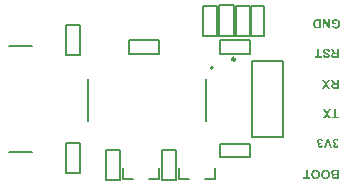
<source format=gto>
G04*
G04 #@! TF.GenerationSoftware,Altium Limited,Altium Designer,22.1.2 (22)*
G04*
G04 Layer_Color=65535*
%FSLAX44Y44*%
%MOMM*%
G71*
G04*
G04 #@! TF.SameCoordinates,3CBB6683-9870-4264-921C-6CE77DAC6C85*
G04*
G04*
G04 #@! TF.FilePolarity,Positive*
G04*
G01*
G75*
%ADD10C,0.2000*%
%ADD11C,0.2500*%
%ADD12C,0.1270*%
G36*
X308875Y110925D02*
X307377D01*
X304202Y116097D01*
Y110925D01*
X302771D01*
Y118606D01*
X304324D01*
X307444Y113544D01*
Y118606D01*
X308875D01*
Y110925D01*
D02*
G37*
G36*
X313804Y118739D02*
X313915D01*
X314037Y118728D01*
X314170Y118706D01*
X314325Y118683D01*
X314647Y118628D01*
X315002Y118539D01*
X315369Y118417D01*
X315535Y118339D01*
X315713Y118251D01*
X315724Y118239D01*
X315746Y118228D01*
X315802Y118195D01*
X315857Y118151D01*
X315935Y118106D01*
X316013Y118040D01*
X316112Y117962D01*
X316212Y117873D01*
X316434Y117673D01*
X316656Y117418D01*
X316867Y117129D01*
X317056Y116796D01*
Y116785D01*
X317078Y116752D01*
X317100Y116697D01*
X317123Y116630D01*
X317156Y116541D01*
X317200Y116441D01*
X317234Y116319D01*
X317278Y116186D01*
X317322Y116042D01*
X317356Y115875D01*
X317433Y115531D01*
X317478Y115154D01*
X317500Y114743D01*
Y114732D01*
Y114688D01*
Y114621D01*
X317489Y114543D01*
Y114432D01*
X317478Y114310D01*
X317456Y114177D01*
X317433Y114022D01*
X317378Y113700D01*
X317289Y113333D01*
X317167Y112967D01*
X317089Y112789D01*
X317001Y112612D01*
X316989Y112601D01*
X316978Y112567D01*
X316945Y112523D01*
X316912Y112456D01*
X316856Y112379D01*
X316790Y112290D01*
X316712Y112190D01*
X316634Y112079D01*
X316534Y111968D01*
X316423Y111846D01*
X316301Y111724D01*
X316168Y111602D01*
X316024Y111491D01*
X315879Y111369D01*
X315535Y111169D01*
X315524D01*
X315502Y111147D01*
X315458Y111136D01*
X315402Y111102D01*
X315324Y111080D01*
X315247Y111047D01*
X315136Y111013D01*
X315025Y110969D01*
X314903Y110936D01*
X314758Y110902D01*
X314603Y110869D01*
X314447Y110836D01*
X314092Y110791D01*
X313693Y110780D01*
X313559D01*
X313460Y110791D01*
X313337Y110802D01*
X313193Y110814D01*
X313038Y110825D01*
X312871Y110858D01*
X312516Y110925D01*
X312150Y111036D01*
X311961Y111102D01*
X311784Y111180D01*
X311617Y111269D01*
X311462Y111380D01*
X311451Y111391D01*
X311428Y111402D01*
X311384Y111446D01*
X311329Y111491D01*
X311262Y111546D01*
X311195Y111624D01*
X311118Y111713D01*
X311029Y111813D01*
X310940Y111924D01*
X310851Y112046D01*
X310762Y112179D01*
X310685Y112334D01*
X310596Y112490D01*
X310529Y112656D01*
X310463Y112845D01*
X310418Y113034D01*
X311961Y113322D01*
Y113311D01*
X311972Y113300D01*
X311994Y113233D01*
X312039Y113133D01*
X312105Y113000D01*
X312183Y112856D01*
X312294Y112712D01*
X312427Y112567D01*
X312583Y112434D01*
X312605Y112423D01*
X312660Y112379D01*
X312760Y112323D01*
X312882Y112268D01*
X313049Y112201D01*
X313238Y112157D01*
X313449Y112112D01*
X313693Y112101D01*
X313793D01*
X313859Y112112D01*
X313948Y112123D01*
X314048Y112135D01*
X314159Y112157D01*
X314281Y112179D01*
X314536Y112257D01*
X314669Y112312D01*
X314803Y112379D01*
X314936Y112456D01*
X315069Y112534D01*
X315191Y112645D01*
X315313Y112756D01*
X315324Y112767D01*
X315336Y112789D01*
X315369Y112823D01*
X315402Y112878D01*
X315446Y112945D01*
X315502Y113022D01*
X315557Y113122D01*
X315602Y113233D01*
X315657Y113367D01*
X315713Y113511D01*
X315768Y113666D01*
X315813Y113833D01*
X315846Y114022D01*
X315879Y114232D01*
X315891Y114443D01*
X315902Y114676D01*
Y114688D01*
Y114732D01*
Y114810D01*
X315891Y114898D01*
X315879Y115021D01*
X315868Y115143D01*
X315846Y115298D01*
X315824Y115453D01*
X315757Y115786D01*
X315646Y116131D01*
X315580Y116297D01*
X315502Y116452D01*
X315402Y116608D01*
X315302Y116741D01*
X315291Y116752D01*
X315269Y116774D01*
X315236Y116807D01*
X315191Y116852D01*
X315125Y116896D01*
X315058Y116963D01*
X314969Y117018D01*
X314869Y117085D01*
X314758Y117152D01*
X314647Y117207D01*
X314370Y117318D01*
X314214Y117362D01*
X314059Y117396D01*
X313881Y117418D01*
X313704Y117429D01*
X313615D01*
X313526Y117418D01*
X313393Y117407D01*
X313249Y117385D01*
X313082Y117351D01*
X312905Y117307D01*
X312727Y117240D01*
X312716D01*
X312705Y117229D01*
X312649Y117207D01*
X312549Y117163D01*
X312438Y117107D01*
X312305Y117041D01*
X312161Y116963D01*
X312017Y116874D01*
X311884Y116774D01*
Y115786D01*
X313659D01*
Y114488D01*
X310318D01*
Y117573D01*
X310341Y117596D01*
X310374Y117618D01*
X310407Y117651D01*
X310463Y117696D01*
X310518Y117740D01*
X310674Y117851D01*
X310884Y117973D01*
X311129Y118117D01*
X311406Y118262D01*
X311739Y118395D01*
X311750D01*
X311784Y118406D01*
X311828Y118428D01*
X311895Y118450D01*
X311983Y118472D01*
X312083Y118506D01*
X312194Y118539D01*
X312316Y118572D01*
X312594Y118639D01*
X312916Y118694D01*
X313249Y118739D01*
X313604Y118750D01*
X313726D01*
X313804Y118739D01*
D02*
G37*
G36*
X301128Y110925D02*
X298064D01*
X297975Y110936D01*
X297764Y110947D01*
X297531Y110958D01*
X297287Y110991D01*
X297054Y111025D01*
X296843Y111080D01*
X296832D01*
X296810Y111091D01*
X296777Y111102D01*
X296732Y111113D01*
X296599Y111169D01*
X296444Y111247D01*
X296266Y111346D01*
X296066Y111468D01*
X295877Y111613D01*
X295689Y111790D01*
X295678D01*
X295667Y111813D01*
X295611Y111879D01*
X295522Y111990D01*
X295422Y112135D01*
X295300Y112312D01*
X295178Y112523D01*
X295056Y112767D01*
X294956Y113034D01*
Y113045D01*
X294945Y113067D01*
X294934Y113111D01*
X294912Y113167D01*
X294901Y113233D01*
X294879Y113322D01*
X294856Y113422D01*
X294823Y113533D01*
X294801Y113655D01*
X294779Y113799D01*
X294757Y113944D01*
X294745Y114110D01*
X294712Y114454D01*
X294701Y114843D01*
Y114854D01*
Y114887D01*
Y114932D01*
Y114998D01*
X294712Y115087D01*
Y115176D01*
X294723Y115287D01*
X294734Y115409D01*
X294757Y115664D01*
X294801Y115931D01*
X294867Y116208D01*
X294945Y116475D01*
Y116486D01*
X294956Y116508D01*
X294979Y116552D01*
X295001Y116619D01*
X295023Y116685D01*
X295067Y116763D01*
X295156Y116963D01*
X295267Y117174D01*
X295411Y117407D01*
X295578Y117629D01*
X295767Y117840D01*
X295789Y117862D01*
X295844Y117906D01*
X295933Y117973D01*
X296055Y118062D01*
X296210Y118162D01*
X296388Y118262D01*
X296610Y118362D01*
X296854Y118450D01*
X296865D01*
X296877Y118461D01*
X296910D01*
X296943Y118472D01*
X297065Y118495D01*
X297221Y118528D01*
X297409Y118561D01*
X297642Y118583D01*
X297920Y118595D01*
X298220Y118606D01*
X301128D01*
Y110925D01*
D02*
G37*
G36*
X305994Y93739D02*
X306116Y93728D01*
X306249Y93717D01*
X306404Y93694D01*
X306571Y93661D01*
X306937Y93583D01*
X307126Y93528D01*
X307304Y93472D01*
X307492Y93395D01*
X307670Y93306D01*
X307836Y93206D01*
X307992Y93084D01*
X308003Y93073D01*
X308025Y93051D01*
X308069Y93017D01*
X308114Y92962D01*
X308180Y92884D01*
X308247Y92795D01*
X308325Y92696D01*
X308402Y92584D01*
X308480Y92451D01*
X308558Y92307D01*
X308636Y92141D01*
X308713Y91963D01*
X308769Y91774D01*
X308835Y91563D01*
X308880Y91341D01*
X308913Y91108D01*
X307403Y90964D01*
Y90975D01*
X307392Y90997D01*
Y91042D01*
X307381Y91086D01*
X307337Y91219D01*
X307281Y91386D01*
X307215Y91574D01*
X307115Y91763D01*
X307004Y91930D01*
X306860Y92085D01*
X306837Y92096D01*
X306782Y92141D01*
X306693Y92196D01*
X306560Y92263D01*
X306393Y92329D01*
X306205Y92385D01*
X305983Y92429D01*
X305727Y92440D01*
X305605D01*
X305472Y92418D01*
X305306Y92396D01*
X305128Y92362D01*
X304939Y92307D01*
X304762Y92229D01*
X304606Y92129D01*
X304584Y92118D01*
X304540Y92074D01*
X304484Y92007D01*
X304407Y91918D01*
X304340Y91807D01*
X304273Y91674D01*
X304229Y91541D01*
X304218Y91386D01*
Y91375D01*
Y91341D01*
X304229Y91286D01*
X304240Y91219D01*
X304262Y91153D01*
X304284Y91075D01*
X304329Y90997D01*
X304384Y90920D01*
X304395Y90908D01*
X304418Y90886D01*
X304451Y90853D01*
X304506Y90809D01*
X304584Y90753D01*
X304684Y90698D01*
X304795Y90642D01*
X304939Y90587D01*
X304950D01*
X304995Y90564D01*
X305072Y90542D01*
X305128Y90520D01*
X305195Y90509D01*
X305272Y90487D01*
X305361Y90453D01*
X305461Y90431D01*
X305572Y90398D01*
X305705Y90365D01*
X305849Y90331D01*
X306005Y90287D01*
X306182Y90243D01*
X306194D01*
X306238Y90231D01*
X306305Y90209D01*
X306382Y90187D01*
X306482Y90154D01*
X306604Y90120D01*
X306726Y90076D01*
X306871Y90032D01*
X307159Y89921D01*
X307437Y89787D01*
X307581Y89721D01*
X307703Y89643D01*
X307825Y89565D01*
X307925Y89488D01*
X307936Y89477D01*
X307958Y89454D01*
X307992Y89421D01*
X308036Y89377D01*
X308092Y89310D01*
X308147Y89232D01*
X308214Y89155D01*
X308269Y89055D01*
X308402Y88822D01*
X308513Y88555D01*
X308558Y88411D01*
X308591Y88267D01*
X308613Y88100D01*
X308624Y87934D01*
Y87923D01*
Y87912D01*
Y87878D01*
Y87834D01*
X308602Y87723D01*
X308580Y87578D01*
X308547Y87412D01*
X308491Y87223D01*
X308414Y87023D01*
X308302Y86835D01*
Y86824D01*
X308291Y86813D01*
X308236Y86746D01*
X308169Y86657D01*
X308058Y86546D01*
X307925Y86424D01*
X307759Y86291D01*
X307570Y86169D01*
X307348Y86058D01*
X307337D01*
X307315Y86047D01*
X307281Y86036D01*
X307237Y86013D01*
X307170Y85991D01*
X307104Y85969D01*
X307015Y85947D01*
X306915Y85913D01*
X306693Y85869D01*
X306438Y85825D01*
X306149Y85791D01*
X305827Y85780D01*
X305694D01*
X305594Y85791D01*
X305472Y85802D01*
X305328Y85814D01*
X305184Y85836D01*
X305017Y85858D01*
X304662Y85936D01*
X304484Y85991D01*
X304307Y86047D01*
X304129Y86124D01*
X303962Y86213D01*
X303807Y86313D01*
X303663Y86424D01*
X303652Y86435D01*
X303629Y86457D01*
X303596Y86491D01*
X303552Y86535D01*
X303496Y86602D01*
X303430Y86679D01*
X303363Y86768D01*
X303285Y86868D01*
X303219Y86990D01*
X303152Y87112D01*
X303086Y87257D01*
X303030Y87412D01*
X302975Y87567D01*
X302930Y87745D01*
X302897Y87923D01*
X302886Y88122D01*
X304440Y88178D01*
Y88167D01*
Y88156D01*
X304462Y88078D01*
X304484Y87978D01*
X304529Y87856D01*
X304584Y87712D01*
X304662Y87578D01*
X304762Y87445D01*
X304873Y87334D01*
X304884Y87323D01*
X304928Y87290D01*
X305006Y87246D01*
X305117Y87201D01*
X305250Y87157D01*
X305417Y87112D01*
X305616Y87079D01*
X305849Y87068D01*
X305961D01*
X306083Y87079D01*
X306227Y87101D01*
X306393Y87135D01*
X306571Y87190D01*
X306737Y87257D01*
X306893Y87357D01*
X306904Y87368D01*
X306926Y87390D01*
X306971Y87423D01*
X307015Y87479D01*
X307059Y87545D01*
X307104Y87634D01*
X307126Y87723D01*
X307137Y87834D01*
Y87845D01*
Y87878D01*
X307126Y87934D01*
X307104Y87989D01*
X307082Y88067D01*
X307048Y88145D01*
X306993Y88222D01*
X306915Y88300D01*
X306904Y88311D01*
X306849Y88344D01*
X306815Y88367D01*
X306760Y88389D01*
X306704Y88422D01*
X306626Y88455D01*
X306538Y88489D01*
X306438Y88533D01*
X306316Y88577D01*
X306194Y88622D01*
X306038Y88666D01*
X305872Y88711D01*
X305694Y88755D01*
X305494Y88811D01*
X305483D01*
X305439Y88822D01*
X305383Y88833D01*
X305306Y88855D01*
X305217Y88877D01*
X305106Y88911D01*
X304984Y88944D01*
X304862Y88977D01*
X304595Y89066D01*
X304318Y89155D01*
X304051Y89255D01*
X303940Y89310D01*
X303829Y89366D01*
X303818D01*
X303807Y89377D01*
X303741Y89421D01*
X303641Y89488D01*
X303519Y89577D01*
X303385Y89688D01*
X303241Y89821D01*
X303097Y89976D01*
X302975Y90154D01*
X302964Y90176D01*
X302930Y90243D01*
X302875Y90342D01*
X302819Y90487D01*
X302764Y90664D01*
X302708Y90875D01*
X302675Y91108D01*
X302664Y91375D01*
Y91386D01*
Y91408D01*
Y91441D01*
Y91486D01*
X302675Y91541D01*
X302686Y91619D01*
X302708Y91774D01*
X302753Y91974D01*
X302819Y92185D01*
X302919Y92396D01*
X303041Y92618D01*
Y92629D01*
X303063Y92640D01*
X303108Y92707D01*
X303197Y92818D01*
X303308Y92940D01*
X303452Y93084D01*
X303641Y93217D01*
X303840Y93350D01*
X304085Y93472D01*
X304096D01*
X304118Y93484D01*
X304151Y93495D01*
X304207Y93517D01*
X304273Y93539D01*
X304351Y93561D01*
X304440Y93583D01*
X304540Y93606D01*
X304662Y93639D01*
X304784Y93661D01*
X305072Y93706D01*
X305394Y93739D01*
X305750Y93750D01*
X305894D01*
X305994Y93739D01*
D02*
G37*
G36*
X316250Y85925D02*
X312787D01*
X312687Y85936D01*
X312565D01*
X312443Y85947D01*
X312299D01*
X312010Y85980D01*
X311710Y86013D01*
X311433Y86069D01*
X311311Y86102D01*
X311200Y86136D01*
X311189D01*
X311177Y86147D01*
X311111Y86180D01*
X311011Y86235D01*
X310878Y86302D01*
X310733Y86413D01*
X310589Y86535D01*
X310445Y86691D01*
X310312Y86879D01*
Y86890D01*
X310301Y86901D01*
X310278Y86935D01*
X310256Y86968D01*
X310201Y87079D01*
X310134Y87223D01*
X310079Y87401D01*
X310023Y87601D01*
X309979Y87834D01*
X309967Y88078D01*
Y88089D01*
Y88111D01*
Y88167D01*
X309979Y88222D01*
Y88300D01*
X309990Y88378D01*
X310034Y88577D01*
X310090Y88811D01*
X310178Y89044D01*
X310312Y89288D01*
X310389Y89399D01*
X310478Y89510D01*
X310489Y89521D01*
X310500Y89532D01*
X310534Y89565D01*
X310578Y89599D01*
X310622Y89643D01*
X310689Y89699D01*
X310767Y89754D01*
X310856Y89810D01*
X310955Y89876D01*
X311077Y89932D01*
X311200Y89987D01*
X311333Y90043D01*
X311488Y90098D01*
X311644Y90143D01*
X311810Y90187D01*
X311999Y90220D01*
X311988D01*
X311977Y90231D01*
X311910Y90276D01*
X311821Y90331D01*
X311710Y90409D01*
X311577Y90509D01*
X311444Y90609D01*
X311299Y90731D01*
X311177Y90864D01*
X311166Y90875D01*
X311111Y90931D01*
X311044Y91019D01*
X310944Y91153D01*
X310811Y91319D01*
X310744Y91430D01*
X310667Y91541D01*
X310578Y91663D01*
X310489Y91796D01*
X310389Y91952D01*
X310289Y92107D01*
X309346Y93606D01*
X311211D01*
X312321Y91941D01*
X312332Y91930D01*
X312343Y91896D01*
X312376Y91852D01*
X312421Y91796D01*
X312465Y91730D01*
X312521Y91641D01*
X312643Y91463D01*
X312787Y91264D01*
X312920Y91086D01*
X313042Y90920D01*
X313098Y90864D01*
X313142Y90809D01*
X313153Y90798D01*
X313175Y90775D01*
X313220Y90731D01*
X313275Y90675D01*
X313353Y90631D01*
X313431Y90576D01*
X313519Y90531D01*
X313608Y90487D01*
X313619D01*
X313653Y90476D01*
X313708Y90453D01*
X313797Y90442D01*
X313908Y90420D01*
X314041Y90409D01*
X314196Y90398D01*
X314696D01*
Y93606D01*
X316250D01*
Y85925D01*
D02*
G37*
G36*
X299611Y87223D02*
X301887D01*
Y85925D01*
X295793D01*
Y87223D01*
X298057D01*
Y93606D01*
X299611D01*
Y87223D01*
D02*
G37*
G36*
X306638Y63504D02*
X309046Y59819D01*
X307237D01*
X305716Y62116D01*
X304196Y59819D01*
X302386D01*
X304795Y63504D01*
X302153Y67500D01*
X304018D01*
X305716Y64903D01*
X307426Y67500D01*
X309290D01*
X306638Y63504D01*
D02*
G37*
G36*
X316250Y59819D02*
X312787D01*
X312687Y59830D01*
X312565D01*
X312443Y59841D01*
X312299D01*
X312010Y59874D01*
X311710Y59908D01*
X311433Y59963D01*
X311311Y59997D01*
X311200Y60030D01*
X311189D01*
X311177Y60041D01*
X311111Y60074D01*
X311011Y60130D01*
X310878Y60196D01*
X310733Y60307D01*
X310589Y60429D01*
X310445Y60585D01*
X310312Y60774D01*
Y60785D01*
X310301Y60796D01*
X310278Y60829D01*
X310256Y60862D01*
X310201Y60973D01*
X310134Y61118D01*
X310079Y61295D01*
X310023Y61495D01*
X309979Y61728D01*
X309967Y61972D01*
Y61983D01*
Y62006D01*
Y62061D01*
X309979Y62116D01*
Y62194D01*
X309990Y62272D01*
X310034Y62472D01*
X310090Y62705D01*
X310178Y62938D01*
X310312Y63182D01*
X310389Y63293D01*
X310478Y63404D01*
X310489Y63415D01*
X310500Y63426D01*
X310534Y63460D01*
X310578Y63493D01*
X310622Y63537D01*
X310689Y63593D01*
X310767Y63648D01*
X310856Y63704D01*
X310955Y63770D01*
X311077Y63826D01*
X311200Y63881D01*
X311333Y63937D01*
X311488Y63992D01*
X311644Y64037D01*
X311810Y64081D01*
X311999Y64114D01*
X311988D01*
X311977Y64126D01*
X311910Y64170D01*
X311821Y64226D01*
X311710Y64303D01*
X311577Y64403D01*
X311444Y64503D01*
X311299Y64625D01*
X311177Y64758D01*
X311166Y64769D01*
X311111Y64825D01*
X311044Y64914D01*
X310944Y65047D01*
X310811Y65213D01*
X310744Y65324D01*
X310667Y65435D01*
X310578Y65557D01*
X310489Y65691D01*
X310389Y65846D01*
X310289Y66002D01*
X309346Y67500D01*
X311211D01*
X312321Y65835D01*
X312332Y65824D01*
X312343Y65791D01*
X312376Y65746D01*
X312421Y65691D01*
X312465Y65624D01*
X312521Y65535D01*
X312643Y65358D01*
X312787Y65158D01*
X312920Y64980D01*
X313042Y64814D01*
X313098Y64758D01*
X313142Y64703D01*
X313153Y64692D01*
X313175Y64669D01*
X313220Y64625D01*
X313275Y64570D01*
X313353Y64525D01*
X313431Y64470D01*
X313519Y64425D01*
X313608Y64381D01*
X313619D01*
X313653Y64370D01*
X313708Y64348D01*
X313797Y64337D01*
X313908Y64314D01*
X314041Y64303D01*
X314196Y64292D01*
X314696D01*
Y67500D01*
X316250D01*
Y59819D01*
D02*
G37*
G36*
X307281Y38504D02*
X309690Y34819D01*
X307881D01*
X306360Y37116D01*
X304839Y34819D01*
X303030D01*
X305439Y38504D01*
X302797Y42500D01*
X304662D01*
X306360Y39903D01*
X308069Y42500D01*
X309934D01*
X307281Y38504D01*
D02*
G37*
G36*
X313974Y36118D02*
X316250D01*
Y34819D01*
X310156D01*
Y36118D01*
X312421D01*
Y42500D01*
X313974D01*
Y36118D01*
D02*
G37*
G36*
X313908Y17489D02*
X313997Y17478D01*
X314097Y17467D01*
X314208Y17444D01*
X314341Y17422D01*
X314607Y17356D01*
X314896Y17245D01*
X315051Y17178D01*
X315184Y17100D01*
X315329Y17000D01*
X315462Y16901D01*
X315473Y16889D01*
X315495Y16867D01*
X315529Y16834D01*
X315573Y16790D01*
X315628Y16734D01*
X315684Y16656D01*
X315751Y16579D01*
X315817Y16479D01*
X315884Y16368D01*
X315961Y16257D01*
X316084Y15990D01*
X316183Y15680D01*
X316228Y15513D01*
X316250Y15336D01*
X314829Y15158D01*
Y15169D01*
Y15180D01*
X314818Y15247D01*
X314796Y15347D01*
X314763Y15469D01*
X314707Y15602D01*
X314652Y15746D01*
X314563Y15879D01*
X314463Y16001D01*
X314452Y16013D01*
X314407Y16046D01*
X314341Y16090D01*
X314263Y16135D01*
X314152Y16190D01*
X314030Y16235D01*
X313897Y16268D01*
X313741Y16279D01*
X313719D01*
X313664Y16268D01*
X313586Y16257D01*
X313475Y16235D01*
X313353Y16190D01*
X313231Y16135D01*
X313098Y16046D01*
X312976Y15935D01*
X312964Y15924D01*
X312920Y15868D01*
X312876Y15791D01*
X312809Y15691D01*
X312754Y15558D01*
X312698Y15391D01*
X312665Y15202D01*
X312654Y14991D01*
Y14980D01*
Y14969D01*
Y14903D01*
X312665Y14803D01*
X312687Y14670D01*
X312731Y14525D01*
X312787Y14381D01*
X312865Y14237D01*
X312964Y14103D01*
X312976Y14092D01*
X313020Y14048D01*
X313086Y13993D01*
X313164Y13937D01*
X313275Y13870D01*
X313397Y13826D01*
X313531Y13782D01*
X313686Y13771D01*
X313797D01*
X313875Y13782D01*
X313974Y13793D01*
X314097Y13815D01*
X314219Y13848D01*
X314363Y13881D01*
X314208Y12694D01*
X314108D01*
X313997Y12683D01*
X313864Y12672D01*
X313719Y12638D01*
X313564Y12594D01*
X313419Y12527D01*
X313286Y12438D01*
X313275Y12427D01*
X313231Y12383D01*
X313186Y12328D01*
X313120Y12239D01*
X313064Y12139D01*
X313009Y12017D01*
X312976Y11872D01*
X312964Y11706D01*
Y11684D01*
Y11639D01*
X312976Y11573D01*
X312998Y11484D01*
X313020Y11384D01*
X313064Y11284D01*
X313120Y11173D01*
X313197Y11084D01*
X313209Y11073D01*
X313242Y11051D01*
X313286Y11007D01*
X313364Y10962D01*
X313453Y10929D01*
X313553Y10884D01*
X313686Y10862D01*
X313819Y10851D01*
X313886D01*
X313952Y10862D01*
X314041Y10884D01*
X314141Y10918D01*
X314252Y10962D01*
X314363Y11029D01*
X314463Y11118D01*
X314474Y11129D01*
X314507Y11162D01*
X314552Y11229D01*
X314607Y11317D01*
X314663Y11417D01*
X314707Y11551D01*
X314751Y11706D01*
X314785Y11883D01*
X316139Y11661D01*
Y11650D01*
X316128Y11628D01*
Y11595D01*
X316117Y11539D01*
X316084Y11417D01*
X316039Y11251D01*
X315972Y11073D01*
X315906Y10884D01*
X315817Y10707D01*
X315717Y10540D01*
X315706Y10518D01*
X315662Y10474D01*
X315595Y10396D01*
X315506Y10296D01*
X315395Y10196D01*
X315262Y10085D01*
X315096Y9974D01*
X314918Y9874D01*
X314907D01*
X314896Y9863D01*
X314829Y9841D01*
X314718Y9797D01*
X314585Y9752D01*
X314419Y9708D01*
X314219Y9664D01*
X314008Y9641D01*
X313775Y9630D01*
X313675D01*
X313597Y9641D01*
X313497Y9652D01*
X313397Y9664D01*
X313275Y9686D01*
X313153Y9719D01*
X312876Y9797D01*
X312731Y9852D01*
X312576Y9930D01*
X312432Y10008D01*
X312299Y10096D01*
X312154Y10207D01*
X312032Y10330D01*
X312021Y10341D01*
X312010Y10352D01*
X311977Y10385D01*
X311943Y10429D01*
X311854Y10540D01*
X311755Y10696D01*
X311655Y10884D01*
X311577Y11106D01*
X311510Y11351D01*
X311499Y11473D01*
X311488Y11606D01*
Y11617D01*
Y11650D01*
X311499Y11706D01*
X311510Y11773D01*
X311521Y11861D01*
X311544Y11961D01*
X311577Y12072D01*
X311621Y12194D01*
X311688Y12316D01*
X311755Y12450D01*
X311843Y12583D01*
X311954Y12716D01*
X312088Y12849D01*
X312232Y12982D01*
X312398Y13104D01*
X312598Y13227D01*
X312587D01*
X312565Y13238D01*
X312532D01*
X312487Y13260D01*
X312365Y13293D01*
X312221Y13360D01*
X312054Y13449D01*
X311877Y13560D01*
X311699Y13704D01*
X311544Y13870D01*
X311521Y13893D01*
X311477Y13959D01*
X311422Y14059D01*
X311344Y14203D01*
X311266Y14370D01*
X311211Y14581D01*
X311166Y14803D01*
X311144Y15058D01*
Y15069D01*
Y15102D01*
Y15158D01*
X311155Y15224D01*
X311166Y15313D01*
X311189Y15413D01*
X311211Y15535D01*
X311233Y15657D01*
X311322Y15924D01*
X311388Y16068D01*
X311455Y16223D01*
X311544Y16368D01*
X311644Y16512D01*
X311755Y16656D01*
X311888Y16790D01*
X311899Y16801D01*
X311921Y16823D01*
X311966Y16856D01*
X312021Y16901D01*
X312099Y16956D01*
X312176Y17012D01*
X312287Y17078D01*
X312398Y17145D01*
X312521Y17211D01*
X312665Y17278D01*
X312820Y17334D01*
X312976Y17389D01*
X313153Y17433D01*
X313331Y17467D01*
X313531Y17489D01*
X313730Y17500D01*
X313830D01*
X313908Y17489D01*
D02*
G37*
G36*
X300777D02*
X300866Y17478D01*
X300966Y17467D01*
X301077Y17444D01*
X301210Y17422D01*
X301476Y17356D01*
X301765Y17245D01*
X301920Y17178D01*
X302053Y17100D01*
X302198Y17000D01*
X302331Y16901D01*
X302342Y16889D01*
X302364Y16867D01*
X302397Y16834D01*
X302442Y16790D01*
X302497Y16734D01*
X302553Y16656D01*
X302619Y16579D01*
X302686Y16479D01*
X302753Y16368D01*
X302830Y16257D01*
X302952Y15990D01*
X303052Y15680D01*
X303097Y15513D01*
X303119Y15336D01*
X301698Y15158D01*
Y15169D01*
Y15180D01*
X301687Y15247D01*
X301665Y15347D01*
X301632Y15469D01*
X301576Y15602D01*
X301521Y15746D01*
X301432Y15879D01*
X301332Y16001D01*
X301321Y16013D01*
X301276Y16046D01*
X301210Y16090D01*
X301132Y16135D01*
X301021Y16190D01*
X300899Y16235D01*
X300766Y16268D01*
X300610Y16279D01*
X300588D01*
X300533Y16268D01*
X300455Y16257D01*
X300344Y16235D01*
X300222Y16190D01*
X300100Y16135D01*
X299967Y16046D01*
X299844Y15935D01*
X299833Y15924D01*
X299789Y15868D01*
X299745Y15791D01*
X299678Y15691D01*
X299622Y15558D01*
X299567Y15391D01*
X299534Y15202D01*
X299523Y14991D01*
Y14980D01*
Y14969D01*
Y14903D01*
X299534Y14803D01*
X299556Y14670D01*
X299600Y14525D01*
X299656Y14381D01*
X299734Y14237D01*
X299833Y14103D01*
X299844Y14092D01*
X299889Y14048D01*
X299956Y13993D01*
X300033Y13937D01*
X300144Y13870D01*
X300266Y13826D01*
X300399Y13782D01*
X300555Y13771D01*
X300666D01*
X300744Y13782D01*
X300844Y13793D01*
X300966Y13815D01*
X301088Y13848D01*
X301232Y13881D01*
X301077Y12694D01*
X300977D01*
X300866Y12683D01*
X300732Y12672D01*
X300588Y12638D01*
X300433Y12594D01*
X300289Y12527D01*
X300155Y12438D01*
X300144Y12427D01*
X300100Y12383D01*
X300055Y12328D01*
X299989Y12239D01*
X299933Y12139D01*
X299878Y12017D01*
X299844Y11872D01*
X299833Y11706D01*
Y11684D01*
Y11639D01*
X299844Y11573D01*
X299867Y11484D01*
X299889Y11384D01*
X299933Y11284D01*
X299989Y11173D01*
X300067Y11084D01*
X300078Y11073D01*
X300111Y11051D01*
X300155Y11007D01*
X300233Y10962D01*
X300322Y10929D01*
X300422Y10884D01*
X300555Y10862D01*
X300688Y10851D01*
X300755D01*
X300821Y10862D01*
X300910Y10884D01*
X301010Y10918D01*
X301121Y10962D01*
X301232Y11029D01*
X301332Y11118D01*
X301343Y11129D01*
X301376Y11162D01*
X301421Y11229D01*
X301476Y11317D01*
X301532Y11417D01*
X301576Y11551D01*
X301621Y11706D01*
X301654Y11883D01*
X303008Y11661D01*
Y11650D01*
X302997Y11628D01*
Y11595D01*
X302986Y11539D01*
X302952Y11417D01*
X302908Y11251D01*
X302841Y11073D01*
X302775Y10884D01*
X302686Y10707D01*
X302586Y10540D01*
X302575Y10518D01*
X302531Y10474D01*
X302464Y10396D01*
X302375Y10296D01*
X302264Y10196D01*
X302131Y10085D01*
X301964Y9974D01*
X301787Y9874D01*
X301776D01*
X301765Y9863D01*
X301698Y9841D01*
X301587Y9797D01*
X301454Y9752D01*
X301287Y9708D01*
X301088Y9664D01*
X300877Y9641D01*
X300644Y9630D01*
X300544D01*
X300466Y9641D01*
X300366Y9652D01*
X300266Y9664D01*
X300144Y9686D01*
X300022Y9719D01*
X299745Y9797D01*
X299600Y9852D01*
X299445Y9930D01*
X299301Y10008D01*
X299167Y10096D01*
X299023Y10207D01*
X298901Y10330D01*
X298890Y10341D01*
X298879Y10352D01*
X298846Y10385D01*
X298812Y10429D01*
X298723Y10540D01*
X298624Y10696D01*
X298524Y10884D01*
X298446Y11106D01*
X298379Y11351D01*
X298368Y11473D01*
X298357Y11606D01*
Y11617D01*
Y11650D01*
X298368Y11706D01*
X298379Y11773D01*
X298390Y11861D01*
X298413Y11961D01*
X298446Y12072D01*
X298490Y12194D01*
X298557Y12316D01*
X298624Y12450D01*
X298712Y12583D01*
X298823Y12716D01*
X298957Y12849D01*
X299101Y12982D01*
X299267Y13104D01*
X299467Y13227D01*
X299456D01*
X299434Y13238D01*
X299401D01*
X299356Y13260D01*
X299234Y13293D01*
X299090Y13360D01*
X298923Y13449D01*
X298746Y13560D01*
X298568Y13704D01*
X298413Y13870D01*
X298390Y13893D01*
X298346Y13959D01*
X298291Y14059D01*
X298213Y14203D01*
X298135Y14370D01*
X298080Y14581D01*
X298035Y14803D01*
X298013Y15058D01*
Y15069D01*
Y15102D01*
Y15158D01*
X298024Y15224D01*
X298035Y15313D01*
X298057Y15413D01*
X298080Y15535D01*
X298102Y15657D01*
X298191Y15924D01*
X298257Y16068D01*
X298324Y16223D01*
X298413Y16368D01*
X298512Y16512D01*
X298624Y16656D01*
X298757Y16790D01*
X298768Y16801D01*
X298790Y16823D01*
X298834Y16856D01*
X298890Y16901D01*
X298968Y16956D01*
X299045Y17012D01*
X299156Y17078D01*
X299267Y17145D01*
X299389Y17211D01*
X299534Y17278D01*
X299689Y17334D01*
X299844Y17389D01*
X300022Y17433D01*
X300200Y17467D01*
X300399Y17489D01*
X300599Y17500D01*
X300699D01*
X300777Y17489D01*
D02*
G37*
G36*
X310678Y9675D02*
X309002D01*
X307048Y15358D01*
X305172Y9675D01*
X303519D01*
X306249Y17356D01*
X307925D01*
X310678Y9675D01*
D02*
G37*
G36*
X316250Y-16575D02*
X312876D01*
X312676Y-16564D01*
X312454Y-16553D01*
X312232Y-16542D01*
X312021Y-16520D01*
X311832Y-16498D01*
X311810D01*
X311755Y-16487D01*
X311677Y-16464D01*
X311566Y-16431D01*
X311444Y-16387D01*
X311311Y-16331D01*
X311166Y-16265D01*
X311033Y-16176D01*
X311022Y-16165D01*
X310978Y-16131D01*
X310911Y-16076D01*
X310822Y-16009D01*
X310733Y-15909D01*
X310634Y-15798D01*
X310534Y-15676D01*
X310445Y-15532D01*
X310434Y-15510D01*
X310411Y-15465D01*
X310367Y-15377D01*
X310323Y-15266D01*
X310278Y-15132D01*
X310234Y-14988D01*
X310212Y-14811D01*
X310201Y-14633D01*
Y-14622D01*
Y-14611D01*
Y-14544D01*
X310212Y-14444D01*
X310234Y-14311D01*
X310278Y-14156D01*
X310323Y-13989D01*
X310400Y-13823D01*
X310500Y-13645D01*
X310511Y-13623D01*
X310556Y-13567D01*
X310622Y-13490D01*
X310700Y-13390D01*
X310811Y-13290D01*
X310944Y-13168D01*
X311100Y-13068D01*
X311277Y-12968D01*
X311266D01*
X311244Y-12957D01*
X311211Y-12946D01*
X311166Y-12935D01*
X311033Y-12879D01*
X310878Y-12802D01*
X310711Y-12713D01*
X310522Y-12591D01*
X310356Y-12446D01*
X310201Y-12269D01*
X310189Y-12247D01*
X310145Y-12180D01*
X310079Y-12080D01*
X310012Y-11947D01*
X309945Y-11769D01*
X309879Y-11580D01*
X309834Y-11358D01*
X309823Y-11114D01*
Y-11103D01*
Y-11092D01*
Y-11026D01*
X309834Y-10926D01*
X309856Y-10792D01*
X309879Y-10637D01*
X309923Y-10459D01*
X309990Y-10282D01*
X310067Y-10093D01*
X310079Y-10071D01*
X310112Y-10015D01*
X310167Y-9927D01*
X310245Y-9816D01*
X310334Y-9682D01*
X310456Y-9560D01*
X310578Y-9427D01*
X310733Y-9305D01*
X310756Y-9294D01*
X310811Y-9261D01*
X310900Y-9205D01*
X311022Y-9150D01*
X311177Y-9083D01*
X311355Y-9028D01*
X311555Y-8972D01*
X311777Y-8939D01*
X311821D01*
X311866Y-8928D01*
X311977D01*
X312054Y-8917D01*
X312265D01*
X312398Y-8905D01*
X312731D01*
X312920Y-8894D01*
X316250D01*
Y-16575D01*
D02*
G37*
G36*
X290077Y-15277D02*
X292352D01*
Y-16575D01*
X286258D01*
Y-15277D01*
X288523D01*
Y-8894D01*
X290077D01*
Y-15277D01*
D02*
G37*
G36*
X305261Y-8761D02*
X305372Y-8772D01*
X305516Y-8783D01*
X305683Y-8806D01*
X305872Y-8839D01*
X306071Y-8883D01*
X306294Y-8939D01*
X306504Y-9005D01*
X306737Y-9094D01*
X306959Y-9194D01*
X307193Y-9305D01*
X307403Y-9449D01*
X307614Y-9605D01*
X307814Y-9793D01*
X307825Y-9804D01*
X307859Y-9838D01*
X307903Y-9904D01*
X307969Y-9982D01*
X308047Y-10093D01*
X308136Y-10226D01*
X308225Y-10371D01*
X308314Y-10548D01*
X308414Y-10737D01*
X308502Y-10959D01*
X308591Y-11192D01*
X308669Y-11447D01*
X308735Y-11725D01*
X308780Y-12025D01*
X308813Y-12346D01*
X308824Y-12679D01*
Y-12691D01*
Y-12735D01*
Y-12790D01*
X308813Y-12879D01*
Y-12979D01*
X308802Y-13090D01*
X308791Y-13223D01*
X308780Y-13368D01*
X308735Y-13678D01*
X308680Y-14011D01*
X308591Y-14344D01*
X308480Y-14655D01*
Y-14666D01*
X308469Y-14677D01*
X308447Y-14711D01*
X308436Y-14755D01*
X308369Y-14866D01*
X308291Y-15010D01*
X308192Y-15177D01*
X308069Y-15343D01*
X307925Y-15532D01*
X307770Y-15710D01*
X307759Y-15721D01*
X307747Y-15732D01*
X307692Y-15787D01*
X307592Y-15876D01*
X307470Y-15976D01*
X307326Y-16087D01*
X307159Y-16209D01*
X306971Y-16320D01*
X306771Y-16409D01*
X306760D01*
X306737Y-16420D01*
X306693Y-16442D01*
X306638Y-16453D01*
X306571Y-16487D01*
X306493Y-16509D01*
X306393Y-16531D01*
X306294Y-16564D01*
X306049Y-16620D01*
X305772Y-16675D01*
X305450Y-16709D01*
X305117Y-16720D01*
X305039D01*
X304950Y-16709D01*
X304839D01*
X304695Y-16686D01*
X304529Y-16664D01*
X304340Y-16631D01*
X304140Y-16587D01*
X303929Y-16531D01*
X303707Y-16464D01*
X303485Y-16376D01*
X303252Y-16276D01*
X303030Y-16154D01*
X302808Y-16009D01*
X302597Y-15843D01*
X302397Y-15654D01*
X302386Y-15643D01*
X302353Y-15610D01*
X302297Y-15543D01*
X302242Y-15465D01*
X302164Y-15354D01*
X302076Y-15221D01*
X301987Y-15066D01*
X301887Y-14888D01*
X301787Y-14699D01*
X301698Y-14477D01*
X301609Y-14233D01*
X301532Y-13978D01*
X301465Y-13690D01*
X301421Y-13390D01*
X301387Y-13068D01*
X301376Y-12724D01*
Y-12702D01*
Y-12646D01*
X301387Y-12546D01*
Y-12413D01*
X301410Y-12258D01*
X301432Y-12080D01*
X301465Y-11869D01*
X301498Y-11658D01*
X301554Y-11425D01*
X301621Y-11181D01*
X301709Y-10937D01*
X301809Y-10692D01*
X301920Y-10459D01*
X302064Y-10226D01*
X302220Y-10004D01*
X302397Y-9793D01*
X302409Y-9782D01*
X302442Y-9749D01*
X302497Y-9693D01*
X302586Y-9627D01*
X302686Y-9549D01*
X302808Y-9460D01*
X302952Y-9372D01*
X303108Y-9272D01*
X303297Y-9172D01*
X303496Y-9083D01*
X303718Y-8994D01*
X303962Y-8917D01*
X304218Y-8850D01*
X304495Y-8794D01*
X304784Y-8761D01*
X305095Y-8750D01*
X305172D01*
X305261Y-8761D01*
D02*
G37*
G36*
X296914D02*
X297025Y-8772D01*
X297169Y-8783D01*
X297336Y-8806D01*
X297525Y-8839D01*
X297724Y-8883D01*
X297946Y-8939D01*
X298157Y-9005D01*
X298390Y-9094D01*
X298612Y-9194D01*
X298846Y-9305D01*
X299056Y-9449D01*
X299267Y-9605D01*
X299467Y-9793D01*
X299478Y-9804D01*
X299512Y-9838D01*
X299556Y-9904D01*
X299622Y-9982D01*
X299700Y-10093D01*
X299789Y-10226D01*
X299878Y-10371D01*
X299967Y-10548D01*
X300067Y-10737D01*
X300155Y-10959D01*
X300244Y-11192D01*
X300322Y-11447D01*
X300388Y-11725D01*
X300433Y-12025D01*
X300466Y-12346D01*
X300477Y-12679D01*
Y-12691D01*
Y-12735D01*
Y-12790D01*
X300466Y-12879D01*
Y-12979D01*
X300455Y-13090D01*
X300444Y-13223D01*
X300433Y-13368D01*
X300388Y-13678D01*
X300333Y-14011D01*
X300244Y-14344D01*
X300133Y-14655D01*
Y-14666D01*
X300122Y-14677D01*
X300100Y-14711D01*
X300089Y-14755D01*
X300022Y-14866D01*
X299944Y-15010D01*
X299844Y-15177D01*
X299722Y-15343D01*
X299578Y-15532D01*
X299423Y-15710D01*
X299412Y-15721D01*
X299401Y-15732D01*
X299345Y-15787D01*
X299245Y-15876D01*
X299123Y-15976D01*
X298979Y-16087D01*
X298812Y-16209D01*
X298624Y-16320D01*
X298424Y-16409D01*
X298413D01*
X298390Y-16420D01*
X298346Y-16442D01*
X298291Y-16453D01*
X298224Y-16487D01*
X298146Y-16509D01*
X298046Y-16531D01*
X297946Y-16564D01*
X297702Y-16620D01*
X297425Y-16675D01*
X297103Y-16709D01*
X296770Y-16720D01*
X296692D01*
X296603Y-16709D01*
X296492D01*
X296348Y-16686D01*
X296182Y-16664D01*
X295993Y-16631D01*
X295793Y-16587D01*
X295582Y-16531D01*
X295360Y-16464D01*
X295138Y-16376D01*
X294905Y-16276D01*
X294683Y-16154D01*
X294461Y-16009D01*
X294250Y-15843D01*
X294050Y-15654D01*
X294039Y-15643D01*
X294006Y-15610D01*
X293951Y-15543D01*
X293895Y-15465D01*
X293817Y-15354D01*
X293729Y-15221D01*
X293640Y-15066D01*
X293540Y-14888D01*
X293440Y-14699D01*
X293351Y-14477D01*
X293262Y-14233D01*
X293185Y-13978D01*
X293118Y-13690D01*
X293074Y-13390D01*
X293040Y-13068D01*
X293029Y-12724D01*
Y-12702D01*
Y-12646D01*
X293040Y-12546D01*
Y-12413D01*
X293062Y-12258D01*
X293085Y-12080D01*
X293118Y-11869D01*
X293151Y-11658D01*
X293207Y-11425D01*
X293273Y-11181D01*
X293362Y-10937D01*
X293462Y-10692D01*
X293573Y-10459D01*
X293717Y-10226D01*
X293873Y-10004D01*
X294050Y-9793D01*
X294062Y-9782D01*
X294095Y-9749D01*
X294150Y-9693D01*
X294239Y-9627D01*
X294339Y-9549D01*
X294461Y-9460D01*
X294605Y-9372D01*
X294761Y-9272D01*
X294949Y-9172D01*
X295149Y-9083D01*
X295371Y-8994D01*
X295616Y-8917D01*
X295871Y-8850D01*
X296148Y-8794D01*
X296437Y-8761D01*
X296748Y-8750D01*
X296825D01*
X296914Y-8761D01*
D02*
G37*
%LPC*%
G36*
X299574Y117307D02*
X298209D01*
X298064Y117296D01*
X297909D01*
X297753Y117274D01*
X297609Y117263D01*
X297487Y117240D01*
X297465D01*
X297420Y117218D01*
X297354Y117196D01*
X297265Y117163D01*
X297165Y117118D01*
X297065Y117063D01*
X296965Y116996D01*
X296865Y116918D01*
X296854Y116907D01*
X296821Y116874D01*
X296777Y116819D01*
X296721Y116741D01*
X296666Y116641D01*
X296588Y116519D01*
X296532Y116363D01*
X296466Y116186D01*
Y116175D01*
X296455Y116164D01*
Y116131D01*
X296444Y116086D01*
X296421Y116042D01*
X296410Y115975D01*
X296377Y115809D01*
X296355Y115609D01*
X296322Y115376D01*
X296310Y115087D01*
X296299Y114776D01*
Y114765D01*
Y114732D01*
Y114688D01*
Y114632D01*
Y114554D01*
X296310Y114466D01*
X296322Y114277D01*
X296344Y114055D01*
X296366Y113822D01*
X296410Y113611D01*
X296466Y113411D01*
Y113400D01*
X296477Y113389D01*
X296499Y113333D01*
X296532Y113244D01*
X296577Y113133D01*
X296643Y113022D01*
X296721Y112900D01*
X296810Y112778D01*
X296910Y112667D01*
X296921Y112656D01*
X296954Y112623D01*
X297021Y112578D01*
X297099Y112523D01*
X297209Y112456D01*
X297332Y112401D01*
X297465Y112345D01*
X297620Y112301D01*
X297631D01*
X297687Y112290D01*
X297776Y112279D01*
X297898Y112257D01*
X297975D01*
X298075Y112246D01*
X298175D01*
X298286Y112234D01*
X298419D01*
X298564Y112223D01*
X299574D01*
Y117307D01*
D02*
G37*
G36*
X314696Y89177D02*
X313186D01*
X312964Y89166D01*
X312731Y89155D01*
X312498Y89144D01*
X312398Y89132D01*
X312310Y89121D01*
X312221Y89099D01*
X312165Y89088D01*
X312154D01*
X312121Y89066D01*
X312065Y89044D01*
X312010Y89010D01*
X311866Y88911D01*
X311799Y88844D01*
X311732Y88766D01*
X311721Y88755D01*
X311710Y88722D01*
X311677Y88677D01*
X311644Y88611D01*
X311621Y88522D01*
X311588Y88422D01*
X311577Y88311D01*
X311566Y88189D01*
Y88167D01*
Y88122D01*
X311577Y88056D01*
X311588Y87967D01*
X311621Y87867D01*
X311655Y87767D01*
X311710Y87656D01*
X311777Y87567D01*
X311788Y87556D01*
X311810Y87523D01*
X311866Y87490D01*
X311932Y87434D01*
X312010Y87379D01*
X312110Y87334D01*
X312232Y87290D01*
X312365Y87257D01*
X312376D01*
X312409Y87246D01*
X312476D01*
X312576Y87234D01*
X312820D01*
X312920Y87223D01*
X314696D01*
Y89177D01*
D02*
G37*
G36*
Y63071D02*
X313186D01*
X312964Y63060D01*
X312731Y63049D01*
X312498Y63038D01*
X312398Y63027D01*
X312310Y63016D01*
X312221Y62993D01*
X312165Y62982D01*
X312154D01*
X312121Y62960D01*
X312065Y62938D01*
X312010Y62905D01*
X311866Y62805D01*
X311799Y62738D01*
X311732Y62660D01*
X311721Y62649D01*
X311710Y62616D01*
X311677Y62572D01*
X311644Y62505D01*
X311621Y62416D01*
X311588Y62316D01*
X311577Y62205D01*
X311566Y62083D01*
Y62061D01*
Y62017D01*
X311577Y61950D01*
X311588Y61861D01*
X311621Y61761D01*
X311655Y61661D01*
X311710Y61550D01*
X311777Y61462D01*
X311788Y61451D01*
X311810Y61417D01*
X311866Y61384D01*
X311932Y61329D01*
X312010Y61273D01*
X312110Y61229D01*
X312232Y61184D01*
X312365Y61151D01*
X312376D01*
X312409Y61140D01*
X312476D01*
X312576Y61129D01*
X312820D01*
X312920Y61118D01*
X314696D01*
Y63071D01*
D02*
G37*
G36*
Y-10193D02*
X312987D01*
X312820Y-10204D01*
X312643D01*
X312465Y-10215D01*
X312321Y-10226D01*
X312254D01*
X312210Y-10237D01*
X312199D01*
X312154Y-10249D01*
X312088Y-10271D01*
X312010Y-10293D01*
X311921Y-10337D01*
X311821Y-10393D01*
X311732Y-10459D01*
X311644Y-10537D01*
X311632Y-10548D01*
X311610Y-10582D01*
X311577Y-10637D01*
X311533Y-10715D01*
X311488Y-10804D01*
X311455Y-10914D01*
X311433Y-11048D01*
X311422Y-11192D01*
Y-11203D01*
Y-11248D01*
X311433Y-11314D01*
X311444Y-11392D01*
X311466Y-11492D01*
X311499Y-11580D01*
X311544Y-11680D01*
X311599Y-11780D01*
X311610Y-11791D01*
X311632Y-11825D01*
X311666Y-11869D01*
X311721Y-11913D01*
X311788Y-11980D01*
X311877Y-12036D01*
X311977Y-12091D01*
X312088Y-12135D01*
X312099D01*
X312154Y-12158D01*
X312243Y-12169D01*
X312299Y-12180D01*
X312376Y-12191D01*
X312454Y-12202D01*
X312554Y-12213D01*
X312665Y-12224D01*
X312798D01*
X312931Y-12235D01*
X313086Y-12247D01*
X314696D01*
Y-10193D01*
D02*
G37*
G36*
Y-13523D02*
X313209D01*
X313020Y-13534D01*
X312676D01*
X312609Y-13545D01*
X312543D01*
X312498Y-13556D01*
X312432Y-13567D01*
X312332Y-13601D01*
X312232Y-13634D01*
X312132Y-13678D01*
X312032Y-13734D01*
X311943Y-13812D01*
X311932Y-13823D01*
X311910Y-13856D01*
X311866Y-13900D01*
X311821Y-13978D01*
X311788Y-14067D01*
X311744Y-14167D01*
X311721Y-14289D01*
X311710Y-14422D01*
Y-14433D01*
Y-14477D01*
X311721Y-14544D01*
X311732Y-14633D01*
X311755Y-14722D01*
X311799Y-14811D01*
X311843Y-14910D01*
X311910Y-14999D01*
X311921Y-15010D01*
X311943Y-15033D01*
X311999Y-15077D01*
X312054Y-15121D01*
X312143Y-15166D01*
X312243Y-15210D01*
X312365Y-15243D01*
X312498Y-15266D01*
X312509D01*
X312554Y-15277D01*
X312676D01*
X312743Y-15288D01*
X313031D01*
X313153Y-15299D01*
X314696D01*
Y-13523D01*
D02*
G37*
G36*
X305095Y-10071D02*
X305006D01*
X304939Y-10082D01*
X304862Y-10093D01*
X304773Y-10104D01*
X304562Y-10160D01*
X304318Y-10237D01*
X304196Y-10293D01*
X304062Y-10348D01*
X303940Y-10426D01*
X303807Y-10515D01*
X303685Y-10615D01*
X303574Y-10737D01*
X303563Y-10748D01*
X303552Y-10770D01*
X303519Y-10804D01*
X303485Y-10859D01*
X303430Y-10937D01*
X303385Y-11026D01*
X303330Y-11125D01*
X303274Y-11248D01*
X303219Y-11381D01*
X303163Y-11525D01*
X303108Y-11691D01*
X303063Y-11880D01*
X303030Y-12069D01*
X302997Y-12280D01*
X302986Y-12513D01*
X302975Y-12757D01*
Y-12768D01*
Y-12813D01*
Y-12879D01*
X302986Y-12979D01*
X302997Y-13090D01*
X303008Y-13212D01*
X303019Y-13356D01*
X303052Y-13501D01*
X303119Y-13823D01*
X303219Y-14156D01*
X303285Y-14322D01*
X303363Y-14466D01*
X303463Y-14611D01*
X303563Y-14744D01*
X303574Y-14755D01*
X303585Y-14777D01*
X303618Y-14799D01*
X303663Y-14844D01*
X303729Y-14899D01*
X303796Y-14955D01*
X303874Y-15010D01*
X303974Y-15077D01*
X304074Y-15132D01*
X304196Y-15188D01*
X304451Y-15299D01*
X304595Y-15343D01*
X304751Y-15366D01*
X304917Y-15388D01*
X305095Y-15399D01*
X305184D01*
X305250Y-15388D01*
X305339Y-15377D01*
X305428Y-15366D01*
X305650Y-15321D01*
X305894Y-15232D01*
X306027Y-15188D01*
X306160Y-15121D01*
X306282Y-15044D01*
X306416Y-14955D01*
X306538Y-14855D01*
X306649Y-14733D01*
X306660Y-14722D01*
X306671Y-14699D01*
X306704Y-14666D01*
X306737Y-14611D01*
X306782Y-14533D01*
X306826Y-14455D01*
X306882Y-14355D01*
X306937Y-14233D01*
X306993Y-14100D01*
X307048Y-13956D01*
X307093Y-13789D01*
X307137Y-13612D01*
X307170Y-13412D01*
X307204Y-13201D01*
X307215Y-12979D01*
X307226Y-12735D01*
Y-12724D01*
Y-12679D01*
Y-12613D01*
X307215Y-12524D01*
X307204Y-12413D01*
X307193Y-12280D01*
X307170Y-12147D01*
X307148Y-11991D01*
X307082Y-11669D01*
X306971Y-11347D01*
X306904Y-11181D01*
X306826Y-11026D01*
X306726Y-10881D01*
X306626Y-10748D01*
X306615Y-10737D01*
X306593Y-10715D01*
X306560Y-10681D01*
X306516Y-10648D01*
X306460Y-10593D01*
X306382Y-10537D01*
X306305Y-10470D01*
X306205Y-10415D01*
X305994Y-10282D01*
X305727Y-10182D01*
X305583Y-10137D01*
X305428Y-10104D01*
X305261Y-10082D01*
X305095Y-10071D01*
D02*
G37*
G36*
X296748D02*
X296659D01*
X296592Y-10082D01*
X296514Y-10093D01*
X296426Y-10104D01*
X296215Y-10160D01*
X295971Y-10237D01*
X295849Y-10293D01*
X295715Y-10348D01*
X295593Y-10426D01*
X295460Y-10515D01*
X295338Y-10615D01*
X295227Y-10737D01*
X295216Y-10748D01*
X295205Y-10770D01*
X295172Y-10804D01*
X295138Y-10859D01*
X295083Y-10937D01*
X295038Y-11026D01*
X294983Y-11125D01*
X294927Y-11248D01*
X294872Y-11381D01*
X294816Y-11525D01*
X294761Y-11691D01*
X294716Y-11880D01*
X294683Y-12069D01*
X294650Y-12280D01*
X294639Y-12513D01*
X294628Y-12757D01*
Y-12768D01*
Y-12813D01*
Y-12879D01*
X294639Y-12979D01*
X294650Y-13090D01*
X294661Y-13212D01*
X294672Y-13356D01*
X294705Y-13501D01*
X294772Y-13823D01*
X294872Y-14156D01*
X294938Y-14322D01*
X295016Y-14466D01*
X295116Y-14611D01*
X295216Y-14744D01*
X295227Y-14755D01*
X295238Y-14777D01*
X295271Y-14799D01*
X295316Y-14844D01*
X295382Y-14899D01*
X295449Y-14955D01*
X295527Y-15010D01*
X295627Y-15077D01*
X295727Y-15132D01*
X295849Y-15188D01*
X296104Y-15299D01*
X296248Y-15343D01*
X296404Y-15366D01*
X296570Y-15388D01*
X296748Y-15399D01*
X296836D01*
X296903Y-15388D01*
X296992Y-15377D01*
X297081Y-15366D01*
X297303Y-15321D01*
X297547Y-15232D01*
X297680Y-15188D01*
X297813Y-15121D01*
X297935Y-15044D01*
X298069Y-14955D01*
X298191Y-14855D01*
X298302Y-14733D01*
X298313Y-14722D01*
X298324Y-14699D01*
X298357Y-14666D01*
X298390Y-14611D01*
X298435Y-14533D01*
X298479Y-14455D01*
X298535Y-14355D01*
X298590Y-14233D01*
X298646Y-14100D01*
X298701Y-13956D01*
X298746Y-13789D01*
X298790Y-13612D01*
X298823Y-13412D01*
X298857Y-13201D01*
X298868Y-12979D01*
X298879Y-12735D01*
Y-12724D01*
Y-12679D01*
Y-12613D01*
X298868Y-12524D01*
X298857Y-12413D01*
X298846Y-12280D01*
X298823Y-12147D01*
X298801Y-11991D01*
X298734Y-11669D01*
X298624Y-11347D01*
X298557Y-11181D01*
X298479Y-11026D01*
X298379Y-10881D01*
X298279Y-10748D01*
X298268Y-10737D01*
X298246Y-10715D01*
X298213Y-10681D01*
X298168Y-10648D01*
X298113Y-10593D01*
X298035Y-10537D01*
X297957Y-10470D01*
X297858Y-10415D01*
X297647Y-10282D01*
X297380Y-10182D01*
X297236Y-10137D01*
X297081Y-10104D01*
X296914Y-10082D01*
X296748Y-10071D01*
D02*
G37*
%LPD*%
D10*
X209760Y77500D02*
G03*
X209760Y77500I-1000J0D01*
G01*
X201750Y104750D02*
Y130250D01*
X213250Y104750D02*
Y130250D01*
X201750Y104750D02*
X213250D01*
X201750Y130250D02*
X213250D01*
X241750Y104750D02*
Y130250D01*
X253250Y104750D02*
Y130250D01*
X241750Y104750D02*
X253250D01*
X241750Y130250D02*
X253250D01*
X215000Y104250D02*
Y130750D01*
X227500Y104250D02*
Y130750D01*
X215000Y104250D02*
X227500D01*
X215000Y130750D02*
X227500D01*
X229250Y130250D02*
X240750D01*
X229250Y104750D02*
X240750D01*
Y130250D01*
X229250Y104750D02*
Y130250D01*
X85500Y88500D02*
Y114000D01*
X97000Y88500D02*
Y114000D01*
X85500Y88500D02*
X97000D01*
X85500Y114000D02*
X97000D01*
X178250Y-17750D02*
Y7750D01*
X166750Y-17750D02*
Y7750D01*
X178250D01*
X166750Y-17750D02*
X178250D01*
X243250Y19250D02*
X269250D01*
X243250Y83250D02*
X269250D01*
Y19250D02*
Y83250D01*
X243250Y19250D02*
Y83250D01*
X97000Y-11500D02*
Y14000D01*
X85500Y-11500D02*
Y14000D01*
X97000D01*
X85500Y-11500D02*
X97000D01*
X119250Y-17750D02*
Y7750D01*
X130750Y-17750D02*
Y7750D01*
X119250Y-17750D02*
X130750D01*
X119250Y7750D02*
X130750D01*
X215500Y100750D02*
X241000D01*
X215500Y89250D02*
X241000D01*
X215500D02*
Y100750D01*
X241000Y89250D02*
Y100750D01*
X138500D02*
X164000D01*
X138500Y89250D02*
X164000D01*
X138500D02*
Y100750D01*
X164000Y89250D02*
Y100750D01*
X181250Y-17000D02*
X189250D01*
X181250D02*
Y-7000D01*
X203250Y-17000D02*
X211250D01*
Y-7000D01*
X37500Y96000D02*
X56500D01*
X37500Y6500D02*
X56500D01*
X133750Y-17000D02*
X141750D01*
X133750D02*
Y-7000D01*
X155750Y-17000D02*
X163750D01*
Y-7000D01*
X216000Y1750D02*
X241500D01*
X216000Y13250D02*
X241500D01*
Y1750D02*
Y13250D01*
X216000Y1750D02*
Y13250D01*
D11*
X228500Y84750D02*
G03*
X228500Y84750I-1250J0D01*
G01*
D12*
X203750Y32250D02*
Y67750D01*
X103750Y32250D02*
Y67750D01*
X203750Y32250D02*
Y67750D01*
X103750Y32250D02*
Y67750D01*
M02*

</source>
